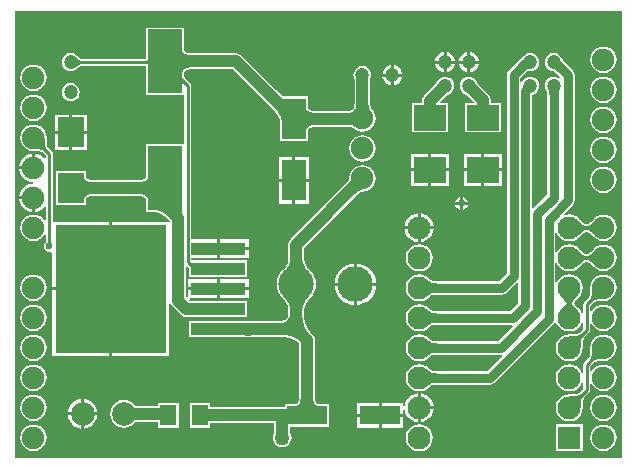
<source format=gtl>
G04*
G04 #@! TF.GenerationSoftware,Altium Limited,Altium Designer,18.1.7 (191)*
G04*
G04 Layer_Physical_Order=1*
G04 Layer_Color=255*
%FSLAX25Y25*%
%MOIN*%
G70*
G01*
G75*
%ADD12C,0.01000*%
%ADD15R,0.05591X0.07008*%
%ADD16R,0.13386X0.06299*%
%ADD17R,0.08661X0.09843*%
%ADD18R,0.37008X0.42520*%
%ADD19R,0.18110X0.04331*%
%ADD20R,0.11417X0.21260*%
%ADD21R,0.07874X0.13780*%
%ADD22R,0.10800X0.08500*%
%ADD39C,0.03937*%
%ADD40C,0.03150*%
%ADD41C,0.11811*%
%ADD42C,0.04724*%
%ADD43C,0.07874*%
%ADD44C,0.07480*%
%ADD45R,0.07677X0.07677*%
%ADD46C,0.07677*%
%ADD47C,0.02362*%
%ADD48C,0.05000*%
G36*
X266142Y100787D02*
X63779D01*
Y249606D01*
X266142D01*
Y100787D01*
D02*
G37*
%LPC*%
G36*
X120118Y244213D02*
X107441D01*
Y233847D01*
X107367Y233835D01*
X107302Y233829D01*
X85894D01*
X85788Y233849D01*
X85659Y233887D01*
X85516Y233945D01*
X85361Y234025D01*
X85194Y234128D01*
X85024Y234250D01*
X84627Y234586D01*
X84477Y234734D01*
X84417Y234811D01*
X83792Y235291D01*
X83065Y235592D01*
X82284Y235695D01*
X81502Y235592D01*
X80774Y235291D01*
X80150Y234811D01*
X79670Y234186D01*
X79368Y233458D01*
X79265Y232677D01*
X79368Y231896D01*
X79670Y231168D01*
X80150Y230543D01*
X80774Y230064D01*
X81502Y229762D01*
X82284Y229659D01*
X83065Y229762D01*
X83792Y230064D01*
X84417Y230543D01*
X84470Y230611D01*
X84835Y230954D01*
X85017Y231100D01*
X85194Y231226D01*
X85361Y231329D01*
X85516Y231409D01*
X85659Y231467D01*
X85788Y231506D01*
X85894Y231525D01*
X107302D01*
X107367Y231520D01*
X107441Y231507D01*
Y221693D01*
X120118D01*
X120159Y221210D01*
Y205719D01*
X120118Y205236D01*
X107441D01*
Y194608D01*
X107425Y194454D01*
X107358Y194266D01*
X107248Y194101D01*
X107074Y193940D01*
X106817Y193784D01*
X106468Y193641D01*
X106024Y193522D01*
X105487Y193433D01*
X104860Y193378D01*
X104521Y193369D01*
X90164D01*
X89825Y193378D01*
X89198Y193433D01*
X88661Y193522D01*
X88217Y193641D01*
X87868Y193784D01*
X87611Y193940D01*
X87437Y194101D01*
X87327Y194266D01*
X87260Y194454D01*
X87244Y194608D01*
Y196299D01*
X77323D01*
Y185197D01*
X87244D01*
Y186888D01*
X87260Y187042D01*
X87327Y187230D01*
X87437Y187395D01*
X87611Y187556D01*
X87868Y187712D01*
X88217Y187855D01*
X88661Y187974D01*
X89198Y188063D01*
X89825Y188118D01*
X90164Y188127D01*
X104521D01*
X104860Y188118D01*
X105487Y188063D01*
X106024Y187974D01*
X106468Y187855D01*
X106817Y187712D01*
X107074Y187556D01*
X107248Y187395D01*
X107358Y187230D01*
X107425Y187042D01*
X107441Y186888D01*
Y182717D01*
X110348D01*
X110594Y182703D01*
X111038Y182629D01*
X111493Y182506D01*
X111960Y182330D01*
X112440Y182101D01*
X112931Y181817D01*
X113427Y181483D01*
X114479Y180624D01*
X114695Y180417D01*
X115332Y179781D01*
X115059Y179347D01*
X114989Y179347D01*
X96169D01*
Y157087D01*
Y134827D01*
X115173D01*
Y152144D01*
X115673Y152243D01*
X115840Y151839D01*
X116257Y151296D01*
X119013Y148540D01*
X119556Y148124D01*
X120188Y147862D01*
X120866Y147773D01*
X121811D01*
Y147598D01*
X141181D01*
Y153189D01*
X121966D01*
X121778Y153421D01*
X121778Y153433D01*
X121903Y153790D01*
X122019Y153921D01*
X130996D01*
Y156587D01*
X121441D01*
Y154561D01*
X120941Y154311D01*
X120731Y154469D01*
Y164388D01*
X121193Y164579D01*
X121450Y164322D01*
X121503Y164261D01*
X121586Y164151D01*
X121655Y164046D01*
X121710Y163946D01*
X121753Y163853D01*
X121784Y163766D01*
X121805Y163684D01*
X121811Y163648D01*
Y160984D01*
X141181D01*
Y166575D01*
X122498D01*
X122497Y166575D01*
X122471Y166590D01*
X122463Y166595D01*
Y167307D01*
X130996D01*
Y170472D01*
Y173638D01*
X122463D01*
Y224870D01*
X122375Y225311D01*
X122126Y225685D01*
X120483Y227327D01*
X120431Y227389D01*
X120350Y227497D01*
X120282Y227601D01*
X120228Y227699D01*
X120186Y227792D01*
X120156Y227879D01*
X120135Y227962D01*
X120123Y228041D01*
X120118Y228142D01*
Y228979D01*
X120146Y229247D01*
X120213Y229435D01*
X120323Y229601D01*
X120496Y229761D01*
X120751Y229917D01*
X121099Y230060D01*
X121542Y230179D01*
X122077Y230268D01*
X122702Y230323D01*
X123039Y230332D01*
X136434D01*
X149797Y216969D01*
X150037Y216717D01*
X150487Y216187D01*
X150882Y215662D01*
X151221Y215143D01*
X151504Y214629D01*
X151734Y214121D01*
X151911Y213618D01*
X152036Y213121D01*
X152111Y212627D01*
X152126Y212346D01*
Y206260D01*
X161260D01*
Y209805D01*
X161288Y210074D01*
X161354Y210262D01*
X161465Y210427D01*
X161638Y210588D01*
X161893Y210744D01*
X162241Y210886D01*
X162684Y211005D01*
X163219Y211095D01*
X163844Y211150D01*
X164181Y211159D01*
X174656D01*
X175283Y211117D01*
X175565Y211080D01*
X175820Y211033D01*
X176037Y210978D01*
X176217Y210917D01*
X176357Y210854D01*
X176407Y210825D01*
X176411Y210820D01*
X177324Y210120D01*
X178387Y209679D01*
X179527Y209529D01*
X180668Y209679D01*
X181731Y210120D01*
X182644Y210820D01*
X183345Y211733D01*
X183785Y212796D01*
X183935Y213937D01*
X183785Y215078D01*
X183345Y216141D01*
X182644Y217054D01*
X182539Y217135D01*
X182537Y217137D01*
X182473Y217237D01*
X182406Y217374D01*
X182342Y217550D01*
X182283Y217763D01*
X182233Y218014D01*
X182193Y218293D01*
X182148Y218926D01*
Y226855D01*
X182442Y227565D01*
X182545Y228346D01*
X182442Y229128D01*
X182141Y229855D01*
X181661Y230481D01*
X181036Y230960D01*
X180308Y231262D01*
X179527Y231364D01*
X178746Y231262D01*
X178018Y230960D01*
X177393Y230481D01*
X176913Y229855D01*
X176612Y229128D01*
X176509Y228346D01*
X176612Y227565D01*
X176906Y226855D01*
Y218925D01*
X176861Y218292D01*
X176821Y218013D01*
X176771Y217763D01*
X176712Y217549D01*
X176648Y217374D01*
X176582Y217236D01*
X176517Y217136D01*
X176516Y217134D01*
X176411Y217054D01*
X176274Y216876D01*
X176203Y216809D01*
X176107Y216742D01*
X175974Y216672D01*
X175803Y216605D01*
X175594Y216544D01*
X175347Y216491D01*
X175072Y216449D01*
X174436Y216400D01*
X164181D01*
X163843Y216409D01*
X163219Y216464D01*
X162684Y216553D01*
X162241Y216673D01*
X161893Y216815D01*
X161638Y216971D01*
X161465Y217132D01*
X161354Y217297D01*
X161288Y217485D01*
X161260Y217753D01*
Y221299D01*
X153023D01*
X150666Y223513D01*
X139373Y234806D01*
X138830Y235223D01*
X138198Y235484D01*
X137520Y235574D01*
X123039D01*
X122702Y235583D01*
X122077Y235638D01*
X121542Y235727D01*
X121099Y235846D01*
X120751Y235988D01*
X120496Y236144D01*
X120323Y236305D01*
X120213Y236471D01*
X120146Y236658D01*
X120118Y236927D01*
Y244213D01*
D02*
G37*
G36*
X215461Y236003D02*
Y233177D01*
X218286D01*
X218236Y233555D01*
X217897Y234373D01*
X217358Y235075D01*
X216656Y235614D01*
X215838Y235953D01*
X215461Y236003D01*
D02*
G37*
G36*
X214461D02*
X214083Y235953D01*
X213265Y235614D01*
X212563Y235075D01*
X212024Y234373D01*
X211685Y233555D01*
X211635Y233177D01*
X214461D01*
Y236003D01*
D02*
G37*
G36*
X207587D02*
Y233177D01*
X210412D01*
X210362Y233555D01*
X210023Y234373D01*
X209485Y235075D01*
X208782Y235614D01*
X207964Y235953D01*
X207587Y236003D01*
D02*
G37*
G36*
X206587D02*
X206209Y235953D01*
X205391Y235614D01*
X204689Y235075D01*
X204150Y234373D01*
X203811Y233555D01*
X203761Y233177D01*
X206587D01*
Y236003D01*
D02*
G37*
G36*
X243307Y235695D02*
X242526Y235592D01*
X241798Y235291D01*
X241173Y234811D01*
X240693Y234186D01*
X240392Y233458D01*
X240289Y232677D01*
X240392Y231896D01*
X240693Y231168D01*
X241173Y230543D01*
X241798Y230064D01*
X242526Y229762D01*
X243307Y229659D01*
X243475Y229681D01*
X243823Y229376D01*
X245506Y227693D01*
X245476Y227541D01*
X244925Y227333D01*
X244816Y227417D01*
X244088Y227718D01*
X243307Y227821D01*
X242526Y227718D01*
X241798Y227417D01*
X241173Y226937D01*
X240693Y226312D01*
X240392Y225584D01*
X240289Y224803D01*
X240392Y224022D01*
X240693Y223294D01*
X241024Y222864D01*
X241059Y222192D01*
Y188451D01*
X236507Y183899D01*
X236007Y184106D01*
Y221861D01*
X236214Y221888D01*
X236942Y222189D01*
X237567Y222669D01*
X238047Y223294D01*
X238348Y224022D01*
X238451Y224803D01*
X238348Y225584D01*
X238047Y226312D01*
X237567Y226937D01*
X236942Y227417D01*
X236214Y227718D01*
X235433Y227821D01*
X234652Y227718D01*
X233924Y227417D01*
X233299Y226937D01*
X232819Y226312D01*
X232669Y225949D01*
X232169Y226049D01*
Y227415D01*
X234422Y229668D01*
X234557Y229780D01*
X234576Y229793D01*
X234652Y229762D01*
X235433Y229659D01*
X236214Y229762D01*
X236942Y230064D01*
X237567Y230543D01*
X238047Y231168D01*
X238348Y231896D01*
X238451Y232677D01*
X238348Y233458D01*
X238047Y234186D01*
X237567Y234811D01*
X236942Y235291D01*
X236214Y235592D01*
X235433Y235695D01*
X234652Y235592D01*
X233924Y235291D01*
X233299Y234811D01*
X233111Y234567D01*
X232662Y234267D01*
X228332Y229936D01*
X227845Y229207D01*
X227673Y228346D01*
Y162348D01*
X225037Y159713D01*
X203655D01*
X203555Y159722D01*
X203249Y159770D01*
X202963Y159837D01*
X202697Y159922D01*
X202450Y160023D01*
X202221Y160142D01*
X202008Y160277D01*
X201810Y160430D01*
X201713Y160521D01*
X201612Y160652D01*
X200679Y161368D01*
X199592Y161818D01*
X198425Y161972D01*
X197259Y161818D01*
X196172Y161368D01*
X195238Y160652D01*
X194522Y159718D01*
X194072Y158631D01*
X193918Y157465D01*
X194072Y156298D01*
X194522Y155211D01*
X195238Y154278D01*
X196172Y153561D01*
X197259Y153111D01*
X198425Y152957D01*
X199592Y153111D01*
X200679Y153561D01*
X201612Y154278D01*
X201713Y154409D01*
X201810Y154499D01*
X202008Y154652D01*
X202221Y154788D01*
X202450Y154906D01*
X202697Y155008D01*
X202963Y155092D01*
X203249Y155159D01*
X203555Y155208D01*
X203655Y155217D01*
X225969D01*
X226829Y155388D01*
X227558Y155875D01*
X231011Y159328D01*
X231511Y159121D01*
Y152407D01*
X228817Y149713D01*
X203655D01*
X203555Y149722D01*
X203249Y149770D01*
X202963Y149837D01*
X202697Y149922D01*
X202450Y150023D01*
X202221Y150142D01*
X202008Y150277D01*
X201810Y150430D01*
X201713Y150521D01*
X201612Y150652D01*
X200679Y151368D01*
X199592Y151818D01*
X198425Y151972D01*
X197259Y151818D01*
X196172Y151368D01*
X195238Y150652D01*
X194522Y149718D01*
X194072Y148631D01*
X193918Y147465D01*
X194072Y146298D01*
X194522Y145211D01*
X195238Y144278D01*
X196172Y143561D01*
X197259Y143111D01*
X198425Y142957D01*
X199592Y143111D01*
X200679Y143561D01*
X201612Y144278D01*
X201713Y144409D01*
X201810Y144499D01*
X202008Y144652D01*
X202221Y144788D01*
X202450Y144906D01*
X202697Y145008D01*
X202963Y145092D01*
X203249Y145159D01*
X203555Y145208D01*
X203655Y145217D01*
X229520D01*
X229727Y144717D01*
X224723Y139713D01*
X203655D01*
X203555Y139722D01*
X203249Y139770D01*
X202963Y139837D01*
X202697Y139921D01*
X202450Y140023D01*
X202221Y140142D01*
X202008Y140277D01*
X201810Y140430D01*
X201713Y140521D01*
X201612Y140652D01*
X200679Y141368D01*
X199592Y141818D01*
X198425Y141972D01*
X197259Y141818D01*
X196172Y141368D01*
X195238Y140652D01*
X194522Y139718D01*
X194072Y138631D01*
X193918Y137465D01*
X194072Y136298D01*
X194522Y135211D01*
X195238Y134278D01*
X196172Y133561D01*
X197259Y133111D01*
X198425Y132957D01*
X199592Y133111D01*
X200679Y133561D01*
X201612Y134278D01*
X201713Y134409D01*
X201810Y134499D01*
X202008Y134652D01*
X202221Y134787D01*
X202450Y134906D01*
X202697Y135008D01*
X202963Y135092D01*
X203249Y135159D01*
X203555Y135208D01*
X203655Y135217D01*
X225654D01*
X225860Y135258D01*
X226106Y134797D01*
X221022Y129712D01*
X203655D01*
X203555Y129722D01*
X203249Y129770D01*
X202963Y129837D01*
X202697Y129921D01*
X202450Y130023D01*
X202221Y130142D01*
X202008Y130277D01*
X201810Y130430D01*
X201713Y130521D01*
X201612Y130652D01*
X200679Y131368D01*
X199592Y131818D01*
X198425Y131972D01*
X197259Y131818D01*
X196172Y131368D01*
X195238Y130652D01*
X194522Y129718D01*
X194072Y128631D01*
X193918Y127465D01*
X194072Y126298D01*
X194522Y125211D01*
X195238Y124278D01*
X196172Y123561D01*
X197259Y123111D01*
X198425Y122958D01*
X199592Y123111D01*
X200679Y123561D01*
X201612Y124278D01*
X201713Y124409D01*
X201810Y124499D01*
X202008Y124652D01*
X202221Y124787D01*
X202450Y124906D01*
X202697Y125008D01*
X202963Y125092D01*
X203249Y125159D01*
X203555Y125208D01*
X203655Y125217D01*
X221953D01*
X222813Y125388D01*
X223542Y125875D01*
X243164Y145497D01*
X243610Y146164D01*
X243886Y146179D01*
X244142Y146129D01*
X244522Y145211D01*
X245238Y144278D01*
X246172Y143561D01*
X247259Y143111D01*
X248425Y142957D01*
X249592Y143111D01*
X250679Y143561D01*
X251612Y144278D01*
X252328Y145211D01*
X252679Y146057D01*
X253179Y145957D01*
Y143847D01*
X251869Y142538D01*
X251820Y142496D01*
X251656Y142396D01*
X251438Y142297D01*
X251167Y142206D01*
X250842Y142125D01*
X250480Y142060D01*
X249028Y141948D01*
X248620Y141946D01*
X248425Y141972D01*
X247259Y141818D01*
X246172Y141368D01*
X245238Y140652D01*
X244522Y139718D01*
X244072Y138631D01*
X243918Y137465D01*
X244072Y136298D01*
X244522Y135211D01*
X245238Y134278D01*
X246172Y133561D01*
X247259Y133111D01*
X248425Y132957D01*
X249592Y133111D01*
X250679Y133561D01*
X251612Y134278D01*
X252328Y135211D01*
X252779Y136298D01*
X252932Y137465D01*
X252907Y137660D01*
X252909Y138074D01*
X252966Y139085D01*
X253018Y139505D01*
X253085Y139882D01*
X253166Y140206D01*
X253258Y140478D01*
X253357Y140695D01*
X253457Y140859D01*
X253499Y140909D01*
X255145Y142555D01*
X255395Y142929D01*
X255483Y143370D01*
Y145264D01*
X255983Y145363D01*
X256025Y145261D01*
X256726Y144348D01*
X257639Y143647D01*
X258702Y143207D01*
X259843Y143057D01*
X260983Y143207D01*
X262047Y143647D01*
X262959Y144348D01*
X263660Y145261D01*
X264100Y146324D01*
X264250Y147465D01*
X264100Y148605D01*
X263660Y149669D01*
X262959Y150581D01*
X262047Y151282D01*
X260983Y151722D01*
X259843Y151872D01*
X258702Y151722D01*
X257639Y151282D01*
X256726Y150581D01*
X256025Y149669D01*
X255983Y149566D01*
X255483Y149665D01*
Y151491D01*
X256503Y152512D01*
X256549Y152550D01*
X256708Y152648D01*
X256919Y152744D01*
X257181Y152833D01*
X257495Y152912D01*
X257858Y152978D01*
X258264Y153027D01*
X259241Y153081D01*
X259650Y153082D01*
X259843Y153057D01*
X260983Y153207D01*
X262047Y153647D01*
X262959Y154348D01*
X263660Y155261D01*
X264100Y156324D01*
X264250Y157465D01*
X264100Y158605D01*
X263660Y159669D01*
X262959Y160581D01*
X262047Y161282D01*
X260983Y161722D01*
X259843Y161872D01*
X258702Y161722D01*
X257639Y161282D01*
X256726Y160581D01*
X256025Y159669D01*
X255585Y158605D01*
X255435Y157465D01*
X255459Y157281D01*
X255456Y156887D01*
X255397Y155907D01*
X255345Y155500D01*
X255278Y155136D01*
X255198Y154821D01*
X255108Y154558D01*
X255012Y154347D01*
X254914Y154188D01*
X254876Y154143D01*
X253516Y152783D01*
X253266Y152409D01*
X253179Y151969D01*
Y148972D01*
X252679Y148873D01*
X252328Y149718D01*
X251612Y150652D01*
X251456Y150771D01*
X251165Y151066D01*
X250490Y151821D01*
X250230Y152155D01*
X250014Y152465D01*
X250221Y152762D01*
X251169Y153868D01*
X251456Y154158D01*
X251612Y154278D01*
X252328Y155211D01*
X252779Y156298D01*
X252932Y157465D01*
X252779Y158631D01*
X252328Y159718D01*
X251612Y160652D01*
X250679Y161368D01*
X249592Y161818D01*
X248425Y161972D01*
X247259Y161818D01*
X246172Y161368D01*
X245238Y160652D01*
X244522Y159718D01*
X244322Y159236D01*
X243822Y159336D01*
Y165594D01*
X244322Y165693D01*
X244522Y165211D01*
X245238Y164278D01*
X246172Y163561D01*
X247259Y163111D01*
X248425Y162958D01*
X249592Y163111D01*
X250679Y163561D01*
X251612Y164278D01*
X251732Y164434D01*
X252026Y164725D01*
X252782Y165400D01*
X253116Y165660D01*
X253429Y165878D01*
X253716Y166051D01*
X253973Y166178D01*
X254197Y166262D01*
X254214Y166266D01*
X254221Y166264D01*
X254438Y166183D01*
X254688Y166061D01*
X254966Y165895D01*
X255270Y165684D01*
X255593Y165433D01*
X256325Y164781D01*
X256610Y164498D01*
X256726Y164348D01*
X257639Y163647D01*
X258702Y163207D01*
X259843Y163057D01*
X260983Y163207D01*
X262047Y163647D01*
X262959Y164348D01*
X263660Y165261D01*
X264100Y166324D01*
X264250Y167465D01*
X264100Y168605D01*
X263660Y169668D01*
X262959Y170581D01*
X262047Y171282D01*
X260983Y171722D01*
X259843Y171872D01*
X258702Y171722D01*
X257639Y171282D01*
X256726Y170581D01*
X256610Y170431D01*
X256325Y170149D01*
X255593Y169496D01*
X255270Y169245D01*
X254966Y169035D01*
X254688Y168868D01*
X254438Y168746D01*
X254221Y168665D01*
X254214Y168663D01*
X254197Y168667D01*
X253973Y168751D01*
X253716Y168878D01*
X253429Y169051D01*
X253128Y169261D01*
X252022Y170209D01*
X251732Y170496D01*
X251612Y170652D01*
X250679Y171368D01*
X249592Y171818D01*
X248425Y171972D01*
X247259Y171818D01*
X246172Y171368D01*
X245238Y170652D01*
X244522Y169718D01*
X244322Y169236D01*
X243822Y169336D01*
Y175594D01*
X244322Y175693D01*
X244522Y175211D01*
X245238Y174278D01*
X246172Y173561D01*
X247259Y173111D01*
X248425Y172958D01*
X249592Y173111D01*
X250679Y173561D01*
X251612Y174278D01*
X251732Y174434D01*
X252026Y174725D01*
X252782Y175400D01*
X253116Y175660D01*
X253429Y175878D01*
X253716Y176051D01*
X253973Y176178D01*
X254197Y176262D01*
X254214Y176266D01*
X254221Y176264D01*
X254438Y176183D01*
X254688Y176061D01*
X254966Y175895D01*
X255270Y175684D01*
X255593Y175433D01*
X256325Y174781D01*
X256610Y174498D01*
X256726Y174348D01*
X257639Y173647D01*
X258702Y173207D01*
X259843Y173057D01*
X260983Y173207D01*
X262047Y173647D01*
X262959Y174348D01*
X263660Y175261D01*
X264100Y176324D01*
X264250Y177465D01*
X264100Y178605D01*
X263660Y179668D01*
X262959Y180581D01*
X262047Y181282D01*
X260983Y181722D01*
X259843Y181872D01*
X258702Y181722D01*
X257639Y181282D01*
X256726Y180581D01*
X256610Y180431D01*
X256325Y180148D01*
X255593Y179496D01*
X255270Y179245D01*
X254966Y179034D01*
X254688Y178868D01*
X254438Y178746D01*
X254221Y178665D01*
X254214Y178663D01*
X254197Y178667D01*
X253973Y178751D01*
X253716Y178878D01*
X253429Y179051D01*
X253128Y179261D01*
X252022Y180209D01*
X251732Y180496D01*
X251612Y180652D01*
X250679Y181368D01*
X249592Y181818D01*
X248425Y181972D01*
X247259Y181818D01*
X247025Y181721D01*
X246741Y182145D01*
X249621Y185025D01*
X250108Y185754D01*
X250279Y186614D01*
Y228346D01*
X250108Y229207D01*
X249621Y229936D01*
X246241Y233316D01*
X246222Y233458D01*
X245921Y234186D01*
X245441Y234811D01*
X244816Y235291D01*
X244088Y235592D01*
X243307Y235695D01*
D02*
G37*
G36*
X218286Y232177D02*
X215461D01*
Y229352D01*
X215838Y229402D01*
X216656Y229740D01*
X217358Y230279D01*
X217897Y230982D01*
X218236Y231800D01*
X218286Y232177D01*
D02*
G37*
G36*
X214461D02*
X211635D01*
X211685Y231800D01*
X212024Y230982D01*
X212563Y230279D01*
X213265Y229740D01*
X214083Y229402D01*
X214461Y229352D01*
Y232177D01*
D02*
G37*
G36*
X210412D02*
X207587D01*
Y229352D01*
X207964Y229402D01*
X208782Y229740D01*
X209485Y230279D01*
X210023Y230982D01*
X210362Y231800D01*
X210412Y232177D01*
D02*
G37*
G36*
X206587D02*
X203761D01*
X203811Y231800D01*
X204150Y230982D01*
X204689Y230279D01*
X205391Y229740D01*
X206209Y229402D01*
X206587Y229352D01*
Y232177D01*
D02*
G37*
G36*
X259843Y237872D02*
X258702Y237722D01*
X257639Y237282D01*
X256726Y236581D01*
X256025Y235668D01*
X255585Y234605D01*
X255435Y233465D01*
X255585Y232324D01*
X256025Y231261D01*
X256726Y230348D01*
X257639Y229647D01*
X258702Y229207D01*
X259843Y229057D01*
X260983Y229207D01*
X262047Y229647D01*
X262959Y230348D01*
X263660Y231261D01*
X264100Y232324D01*
X264250Y233465D01*
X264100Y234605D01*
X263660Y235668D01*
X262959Y236581D01*
X262047Y237282D01*
X260983Y237722D01*
X259843Y237872D01*
D02*
G37*
G36*
X190027Y231672D02*
Y228847D01*
X192852D01*
X192803Y229224D01*
X192464Y230042D01*
X191925Y230744D01*
X191223Y231283D01*
X190405Y231622D01*
X190027Y231672D01*
D02*
G37*
G36*
X189027D02*
X188649Y231622D01*
X187831Y231283D01*
X187129Y230744D01*
X186590Y230042D01*
X186251Y229224D01*
X186202Y228847D01*
X189027D01*
Y231672D01*
D02*
G37*
G36*
X192852Y227847D02*
X190027D01*
Y225021D01*
X190405Y225071D01*
X191223Y225410D01*
X191925Y225949D01*
X192464Y226651D01*
X192803Y227469D01*
X192852Y227847D01*
D02*
G37*
G36*
X189027D02*
X186202D01*
X186251Y227469D01*
X186590Y226651D01*
X187129Y225949D01*
X187831Y225410D01*
X188649Y225071D01*
X189027Y225021D01*
Y227847D01*
D02*
G37*
G36*
X69843Y231872D02*
X68702Y231722D01*
X67639Y231282D01*
X66726Y230581D01*
X66025Y229668D01*
X65585Y228605D01*
X65435Y227465D01*
X65585Y226324D01*
X66025Y225261D01*
X66726Y224348D01*
X67639Y223647D01*
X68702Y223207D01*
X69843Y223057D01*
X70983Y223207D01*
X72047Y223647D01*
X72959Y224348D01*
X73660Y225261D01*
X74100Y226324D01*
X74250Y227465D01*
X74100Y228605D01*
X73660Y229668D01*
X72959Y230581D01*
X72047Y231282D01*
X70983Y231722D01*
X69843Y231872D01*
D02*
G37*
G36*
X82284Y225695D02*
X81502Y225592D01*
X80774Y225291D01*
X80150Y224811D01*
X79670Y224186D01*
X79368Y223458D01*
X79265Y222677D01*
X79368Y221896D01*
X79670Y221168D01*
X80150Y220543D01*
X80774Y220064D01*
X81502Y219762D01*
X82284Y219659D01*
X83065Y219762D01*
X83792Y220064D01*
X84417Y220543D01*
X84897Y221168D01*
X85199Y221896D01*
X85301Y222677D01*
X85199Y223458D01*
X84897Y224186D01*
X84417Y224811D01*
X83792Y225291D01*
X83065Y225592D01*
X82284Y225695D01*
D02*
G37*
G36*
X259843Y227872D02*
X258702Y227722D01*
X257639Y227282D01*
X256726Y226581D01*
X256025Y225669D01*
X255585Y224605D01*
X255435Y223465D01*
X255585Y222324D01*
X256025Y221261D01*
X256726Y220348D01*
X257639Y219647D01*
X258702Y219207D01*
X259843Y219057D01*
X260983Y219207D01*
X262047Y219647D01*
X262959Y220348D01*
X263660Y221261D01*
X264100Y222324D01*
X264250Y223465D01*
X264100Y224605D01*
X263660Y225669D01*
X262959Y226581D01*
X262047Y227282D01*
X260983Y227722D01*
X259843Y227872D01*
D02*
G37*
G36*
X69843Y221872D02*
X68702Y221722D01*
X67639Y221282D01*
X66726Y220581D01*
X66025Y219669D01*
X65585Y218605D01*
X65435Y217465D01*
X65585Y216324D01*
X66025Y215261D01*
X66726Y214348D01*
X67639Y213647D01*
X68702Y213207D01*
X69843Y213057D01*
X70983Y213207D01*
X72047Y213647D01*
X72959Y214348D01*
X73660Y215261D01*
X74100Y216324D01*
X74250Y217465D01*
X74100Y218605D01*
X73660Y219669D01*
X72959Y220581D01*
X72047Y221282D01*
X70983Y221722D01*
X69843Y221872D01*
D02*
G37*
G36*
X87614Y215173D02*
X82784D01*
Y209752D01*
X87614D01*
Y215173D01*
D02*
G37*
G36*
X81783D02*
X76953D01*
Y209752D01*
X81783D01*
Y215173D01*
D02*
G37*
G36*
X214961Y227821D02*
X214179Y227718D01*
X213452Y227417D01*
X212827Y226937D01*
X212347Y226312D01*
X212046Y225584D01*
X211943Y224803D01*
X212046Y224022D01*
X212347Y223294D01*
X212827Y222669D01*
X213452Y222190D01*
X214162Y221895D01*
X216582Y219475D01*
X216391Y219013D01*
X213655D01*
Y209253D01*
X225715D01*
Y219013D01*
X222306D01*
Y220079D01*
X222217Y220757D01*
X221955Y221389D01*
X221538Y221932D01*
X217868Y225602D01*
X217574Y226312D01*
X217095Y226937D01*
X216470Y227417D01*
X215742Y227718D01*
X214961Y227821D01*
D02*
G37*
G36*
X207087D02*
X206306Y227718D01*
X205578Y227417D01*
X204953Y226937D01*
X204473Y226312D01*
X204179Y225602D01*
X200115Y221538D01*
X199699Y220995D01*
X199437Y220363D01*
X199348Y219685D01*
Y219013D01*
X195939D01*
Y209253D01*
X207998D01*
Y219013D01*
X205656D01*
X205465Y219475D01*
X207885Y221895D01*
X208595Y222190D01*
X209221Y222669D01*
X209700Y223294D01*
X210002Y224022D01*
X210104Y224803D01*
X210002Y225584D01*
X209700Y226312D01*
X209221Y226937D01*
X208595Y227417D01*
X207868Y227718D01*
X207087Y227821D01*
D02*
G37*
G36*
X259843Y217872D02*
X258702Y217722D01*
X257639Y217282D01*
X256726Y216581D01*
X256025Y215669D01*
X255585Y214605D01*
X255435Y213465D01*
X255585Y212324D01*
X256025Y211261D01*
X256726Y210348D01*
X257639Y209647D01*
X258702Y209207D01*
X259843Y209057D01*
X260983Y209207D01*
X262047Y209647D01*
X262959Y210348D01*
X263660Y211261D01*
X264100Y212324D01*
X264250Y213465D01*
X264100Y214605D01*
X263660Y215669D01*
X262959Y216581D01*
X262047Y217282D01*
X260983Y217722D01*
X259843Y217872D01*
D02*
G37*
G36*
X87614Y208752D02*
X82784D01*
Y203331D01*
X87614D01*
Y208752D01*
D02*
G37*
G36*
X81783D02*
X76953D01*
Y203331D01*
X81783D01*
Y208752D01*
D02*
G37*
G36*
X69843Y211872D02*
X68702Y211722D01*
X67639Y211282D01*
X66726Y210581D01*
X66025Y209668D01*
X65585Y208605D01*
X65435Y207465D01*
X65585Y206324D01*
X66025Y205261D01*
X66726Y204348D01*
X67639Y203647D01*
X68702Y203207D01*
X69843Y203057D01*
X70031Y203082D01*
X70432Y203080D01*
X71411Y203023D01*
X71817Y202972D01*
X72181Y202906D01*
X72495Y202827D01*
X72758Y202737D01*
X72969Y202641D01*
X73128Y202543D01*
X73173Y202504D01*
X74045Y201633D01*
Y200596D01*
X73545Y200426D01*
X73223Y200845D01*
X72233Y201605D01*
X71080Y202083D01*
X70343Y202180D01*
Y197465D01*
X69843D01*
Y196965D01*
X65127D01*
X65224Y196227D01*
X65702Y195074D01*
X66462Y194084D01*
X67452Y193324D01*
X68605Y192847D01*
X69590Y192717D01*
Y192212D01*
X68605Y192083D01*
X67452Y191605D01*
X66462Y190845D01*
X65702Y189855D01*
X65224Y188702D01*
X65127Y187965D01*
X69843D01*
Y187465D01*
X70343D01*
Y182749D01*
X71080Y182846D01*
X72233Y183324D01*
X73223Y184084D01*
X73545Y184503D01*
X74045Y184333D01*
Y179988D01*
X73545Y179818D01*
X72959Y180581D01*
X72047Y181282D01*
X70983Y181722D01*
X69843Y181872D01*
X68702Y181722D01*
X67639Y181282D01*
X66726Y180581D01*
X66025Y179668D01*
X65585Y178605D01*
X65435Y177465D01*
X65585Y176324D01*
X66025Y175261D01*
X66726Y174348D01*
X67639Y173647D01*
X68702Y173207D01*
X69843Y173057D01*
X70983Y173207D01*
X72047Y173647D01*
X72959Y174348D01*
X73545Y175111D01*
X74045Y174941D01*
Y172874D01*
X74036Y172814D01*
X74023Y172758D01*
X74009Y172710D01*
X73993Y172670D01*
X73976Y172636D01*
X73961Y172612D01*
X73891Y172565D01*
X73491Y171967D01*
X73350Y171260D01*
X73491Y170553D01*
X73891Y169954D01*
X74490Y169554D01*
X75197Y169413D01*
X75665Y169507D01*
X76165Y169173D01*
Y157587D01*
X95169D01*
Y179347D01*
X76349D01*
Y202110D01*
X76261Y202551D01*
X76012Y202925D01*
X74803Y204134D01*
X74764Y204179D01*
X74666Y204338D01*
X74570Y204549D01*
X74480Y204812D01*
X74401Y205126D01*
X74335Y205490D01*
X74284Y205896D01*
X74228Y206875D01*
X74226Y207276D01*
X74250Y207465D01*
X74100Y208605D01*
X73660Y209668D01*
X72959Y210581D01*
X72047Y211282D01*
X70983Y211722D01*
X69843Y211872D01*
D02*
G37*
G36*
X179527Y208345D02*
X178387Y208195D01*
X177324Y207754D01*
X176411Y207054D01*
X175710Y206141D01*
X175270Y205078D01*
X175120Y203937D01*
X175270Y202796D01*
X175710Y201733D01*
X176411Y200820D01*
X177324Y200120D01*
X178387Y199679D01*
X179527Y199529D01*
X180668Y199679D01*
X181731Y200120D01*
X182644Y200820D01*
X183345Y201733D01*
X183785Y202796D01*
X183935Y203937D01*
X183785Y205078D01*
X183345Y206141D01*
X182644Y207054D01*
X181731Y207754D01*
X180668Y208195D01*
X179527Y208345D01*
D02*
G37*
G36*
X259843Y207872D02*
X258702Y207722D01*
X257639Y207282D01*
X256726Y206581D01*
X256025Y205668D01*
X255585Y204605D01*
X255435Y203465D01*
X255585Y202324D01*
X256025Y201261D01*
X256726Y200348D01*
X257639Y199647D01*
X258702Y199207D01*
X259843Y199057D01*
X260983Y199207D01*
X262047Y199647D01*
X262959Y200348D01*
X263660Y201261D01*
X264100Y202324D01*
X264250Y203465D01*
X264100Y204605D01*
X263660Y205668D01*
X262959Y206581D01*
X262047Y207282D01*
X260983Y207722D01*
X259843Y207872D01*
D02*
G37*
G36*
X69343Y202180D02*
X68605Y202083D01*
X67452Y201605D01*
X66462Y200845D01*
X65702Y199855D01*
X65224Y198702D01*
X65127Y197965D01*
X69343D01*
Y202180D01*
D02*
G37*
G36*
X208368Y201983D02*
X202468D01*
Y197233D01*
X208368D01*
Y201983D01*
D02*
G37*
G36*
X201468D02*
X195568D01*
Y197233D01*
X201468D01*
Y201983D01*
D02*
G37*
G36*
X226085D02*
X220185D01*
Y197233D01*
X226085D01*
Y201983D01*
D02*
G37*
G36*
X219185D02*
X213285D01*
Y197233D01*
X219185D01*
Y201983D01*
D02*
G37*
G36*
X161630Y201197D02*
X157193D01*
Y193807D01*
X161630D01*
Y201197D01*
D02*
G37*
G36*
X156193D02*
X151756D01*
Y193807D01*
X156193D01*
Y201197D01*
D02*
G37*
G36*
X226085Y196233D02*
X220185D01*
Y191483D01*
X226085D01*
Y196233D01*
D02*
G37*
G36*
X219185D02*
X213285D01*
Y191483D01*
X219185D01*
Y196233D01*
D02*
G37*
G36*
X208368Y196233D02*
X202468D01*
Y191483D01*
X208368D01*
Y196233D01*
D02*
G37*
G36*
X201468D02*
X195568D01*
Y191483D01*
X201468D01*
Y196233D01*
D02*
G37*
G36*
X179527Y198345D02*
X178387Y198195D01*
X177324Y197754D01*
X176411Y197054D01*
X175710Y196141D01*
X175270Y195078D01*
X175120Y193937D01*
X175137Y193806D01*
X175137Y193803D01*
X175111Y193687D01*
X175061Y193542D01*
X174983Y193373D01*
X174873Y193180D01*
X174732Y192968D01*
X174562Y192742D01*
X174147Y192263D01*
X155627Y173743D01*
X155211Y173200D01*
X154949Y172568D01*
X154859Y171890D01*
Y167530D01*
X154849Y167276D01*
X154791Y166794D01*
X154694Y166325D01*
X154558Y165869D01*
X154383Y165424D01*
X154168Y164988D01*
X153913Y164562D01*
X153616Y164145D01*
X153278Y163737D01*
X152969Y163414D01*
X152837Y163305D01*
X152020Y162310D01*
X151413Y161174D01*
X151039Y159943D01*
X150913Y158661D01*
X151039Y157380D01*
X151413Y156148D01*
X152020Y155013D01*
X152837Y154018D01*
X152969Y153909D01*
X153278Y153586D01*
X153616Y153177D01*
X153913Y152761D01*
X154168Y152335D01*
X154383Y151899D01*
X154558Y151454D01*
X154694Y150997D01*
X154791Y150529D01*
X154849Y150047D01*
X154859Y149792D01*
Y149432D01*
X154833Y148931D01*
X154730Y148347D01*
X154566Y147854D01*
X154346Y147445D01*
X154071Y147110D01*
X153736Y146835D01*
X153327Y146615D01*
X152834Y146451D01*
X152250Y146348D01*
X151749Y146322D01*
X142983D01*
X141207Y146377D01*
X141181Y146379D01*
Y146496D01*
X140541D01*
X140539Y146496D01*
X140538Y146496D01*
X121811D01*
Y140905D01*
X140538D01*
X140539Y140905D01*
X140541Y140905D01*
X141181D01*
Y140935D01*
X144277Y141080D01*
X152997D01*
X153457Y141063D01*
X154161Y140985D01*
X154841Y140856D01*
X155497Y140675D01*
X156131Y140443D01*
X156743Y140159D01*
X157335Y139822D01*
X157907Y139434D01*
X158403Y139037D01*
Y121660D01*
X158394Y121322D01*
X158339Y120694D01*
X158249Y120158D01*
X158130Y119713D01*
X157988Y119364D01*
X157831Y119107D01*
X157671Y118933D01*
X157505Y118823D01*
X157318Y118756D01*
X157163Y118740D01*
X153701D01*
Y117581D01*
X128740D01*
Y119095D01*
X121890D01*
Y110827D01*
X128740D01*
Y112340D01*
X150135D01*
Y109206D01*
X150022Y109059D01*
X149706Y108297D01*
X149599Y107480D01*
X149706Y106663D01*
X150022Y105902D01*
X150524Y105248D01*
X151177Y104746D01*
X151939Y104431D01*
X152756Y104323D01*
X153573Y104431D01*
X154334Y104746D01*
X154988Y105248D01*
X155490Y105902D01*
X155805Y106663D01*
X155913Y107480D01*
X155805Y108297D01*
X155490Y109059D01*
X155377Y109206D01*
Y111181D01*
X168346D01*
Y118740D01*
X164884D01*
X164729Y118756D01*
X164542Y118823D01*
X164377Y118933D01*
X164216Y119107D01*
X164059Y119364D01*
X163917Y119713D01*
X163798Y120158D01*
X163708Y120694D01*
X163653Y121322D01*
X163644Y121660D01*
Y140157D01*
X163555Y140836D01*
X163293Y141468D01*
X162877Y142011D01*
X162504Y142384D01*
X162190Y142721D01*
X161748Y143274D01*
X161359Y143846D01*
X161023Y144438D01*
X160739Y145050D01*
X160506Y145684D01*
X160325Y146341D01*
X160196Y147020D01*
X160118Y147724D01*
X160101Y148184D01*
Y149792D01*
X160111Y150047D01*
X160170Y150529D01*
X160267Y150998D01*
X160403Y151454D01*
X160578Y151899D01*
X160793Y152335D01*
X161048Y152761D01*
X161344Y153178D01*
X161683Y153586D01*
X161991Y153909D01*
X162124Y154018D01*
X162941Y155013D01*
X163548Y156148D01*
X163921Y157380D01*
X164047Y158661D01*
X163921Y159943D01*
X163548Y161174D01*
X162941Y162310D01*
X162124Y163305D01*
X161991Y163414D01*
X161683Y163737D01*
X161344Y164145D01*
X161048Y164562D01*
X160793Y164988D01*
X160578Y165424D01*
X160403Y165869D01*
X160267Y166325D01*
X160170Y166794D01*
X160111Y167276D01*
X160101Y167530D01*
Y170804D01*
X177853Y188556D01*
X178333Y188972D01*
X178558Y189141D01*
X178771Y189283D01*
X178963Y189392D01*
X179133Y189471D01*
X179277Y189521D01*
X179393Y189546D01*
X179396Y189547D01*
X179527Y189529D01*
X180668Y189679D01*
X181731Y190120D01*
X182644Y190820D01*
X183345Y191733D01*
X183785Y192796D01*
X183935Y193937D01*
X183785Y195078D01*
X183345Y196141D01*
X182644Y197054D01*
X181731Y197754D01*
X180668Y198195D01*
X179527Y198345D01*
D02*
G37*
G36*
X259843Y197872D02*
X258702Y197722D01*
X257639Y197282D01*
X256726Y196581D01*
X256025Y195668D01*
X255585Y194605D01*
X255435Y193465D01*
X255585Y192324D01*
X256025Y191261D01*
X256726Y190348D01*
X257639Y189647D01*
X258702Y189207D01*
X259843Y189057D01*
X260983Y189207D01*
X262047Y189647D01*
X262959Y190348D01*
X263660Y191261D01*
X264100Y192324D01*
X264250Y193465D01*
X264100Y194605D01*
X263660Y195668D01*
X262959Y196581D01*
X262047Y197282D01*
X260983Y197722D01*
X259843Y197872D01*
D02*
G37*
G36*
X213098Y187754D02*
Y186130D01*
X214723D01*
X214653Y186481D01*
X214171Y187202D01*
X213449Y187684D01*
X213098Y187754D01*
D02*
G37*
G36*
X212098D02*
X211747Y187684D01*
X211026Y187202D01*
X210544Y186481D01*
X210474Y186130D01*
X212098D01*
Y187754D01*
D02*
G37*
G36*
X161630Y192807D02*
X157193D01*
Y185417D01*
X161630D01*
Y192807D01*
D02*
G37*
G36*
X156193D02*
X151756D01*
Y185417D01*
X156193D01*
Y192807D01*
D02*
G37*
G36*
X214723Y185130D02*
X213098D01*
Y183505D01*
X213449Y183575D01*
X214171Y184057D01*
X214653Y184779D01*
X214723Y185130D01*
D02*
G37*
G36*
X212098D02*
X210474D01*
X210544Y184779D01*
X211026Y184057D01*
X211747Y183575D01*
X212098Y183505D01*
Y185130D01*
D02*
G37*
G36*
X69343Y186965D02*
X65127D01*
X65224Y186227D01*
X65702Y185074D01*
X66462Y184084D01*
X67452Y183324D01*
X68605Y182846D01*
X69343Y182749D01*
Y186965D01*
D02*
G37*
G36*
X198925Y182279D02*
Y177965D01*
X203240D01*
X203139Y178728D01*
X202652Y179905D01*
X201876Y180915D01*
X200865Y181691D01*
X199688Y182179D01*
X198925Y182279D01*
D02*
G37*
G36*
X197925D02*
X197162Y182179D01*
X195985Y181691D01*
X194974Y180915D01*
X194199Y179905D01*
X193711Y178728D01*
X193611Y177965D01*
X197925D01*
Y182279D01*
D02*
G37*
G36*
X203240Y176965D02*
X198925D01*
Y172650D01*
X199688Y172751D01*
X200865Y173238D01*
X201876Y174014D01*
X202652Y175024D01*
X203139Y176201D01*
X203240Y176965D01*
D02*
G37*
G36*
X197925D02*
X193611D01*
X193711Y176201D01*
X194199Y175024D01*
X194974Y174014D01*
X195985Y173238D01*
X197162Y172751D01*
X197925Y172650D01*
Y176965D01*
D02*
G37*
G36*
X141551Y173638D02*
X131996D01*
Y170972D01*
X141551D01*
Y173638D01*
D02*
G37*
G36*
Y169972D02*
X131996D01*
Y167307D01*
X141551D01*
Y169972D01*
D02*
G37*
G36*
X198425Y171972D02*
X197259Y171818D01*
X196172Y171368D01*
X195238Y170652D01*
X194522Y169718D01*
X194072Y168631D01*
X193918Y167465D01*
X194072Y166298D01*
X194522Y165211D01*
X195238Y164278D01*
X196172Y163561D01*
X197259Y163111D01*
X198425Y162958D01*
X199592Y163111D01*
X200679Y163561D01*
X201612Y164278D01*
X202328Y165211D01*
X202779Y166298D01*
X202932Y167465D01*
X202779Y168631D01*
X202328Y169718D01*
X201612Y170652D01*
X200679Y171368D01*
X199592Y171818D01*
X198425Y171972D01*
D02*
G37*
G36*
X177665Y165551D02*
Y159161D01*
X184055D01*
X183971Y160015D01*
X183576Y161317D01*
X182935Y162516D01*
X182072Y163568D01*
X181020Y164431D01*
X179821Y165072D01*
X178519Y165467D01*
X177665Y165551D01*
D02*
G37*
G36*
X176665D02*
X175812Y165467D01*
X174510Y165072D01*
X173310Y164431D01*
X172259Y163568D01*
X171396Y162516D01*
X170755Y161317D01*
X170360Y160015D01*
X170276Y159161D01*
X176665D01*
Y165551D01*
D02*
G37*
G36*
X141551Y160252D02*
X131996D01*
Y157587D01*
X141551D01*
Y160252D01*
D02*
G37*
G36*
X130996D02*
X121441D01*
Y157587D01*
X130996D01*
Y160252D01*
D02*
G37*
G36*
X141551Y156587D02*
X131996D01*
Y153921D01*
X141551D01*
Y156587D01*
D02*
G37*
G36*
X69843Y161872D02*
X68702Y161722D01*
X67639Y161282D01*
X66726Y160581D01*
X66025Y159669D01*
X65585Y158605D01*
X65435Y157465D01*
X65585Y156324D01*
X66025Y155261D01*
X66726Y154348D01*
X67639Y153647D01*
X68702Y153207D01*
X69843Y153057D01*
X70983Y153207D01*
X72047Y153647D01*
X72959Y154348D01*
X73660Y155261D01*
X74100Y156324D01*
X74250Y157465D01*
X74100Y158605D01*
X73660Y159669D01*
X72959Y160581D01*
X72047Y161282D01*
X70983Y161722D01*
X69843Y161872D01*
D02*
G37*
G36*
X184055Y158161D02*
X177665D01*
Y151772D01*
X178519Y151856D01*
X179821Y152251D01*
X181020Y152892D01*
X182072Y153755D01*
X182935Y154806D01*
X183576Y156006D01*
X183971Y157308D01*
X184055Y158161D01*
D02*
G37*
G36*
X176665D02*
X170276D01*
X170360Y157308D01*
X170755Y156006D01*
X171396Y154806D01*
X172259Y153755D01*
X173310Y152892D01*
X174510Y152251D01*
X175812Y151856D01*
X176665Y151772D01*
Y158161D01*
D02*
G37*
G36*
X69843Y151872D02*
X68702Y151722D01*
X67639Y151282D01*
X66726Y150581D01*
X66025Y149669D01*
X65585Y148605D01*
X65435Y147465D01*
X65585Y146324D01*
X66025Y145261D01*
X66726Y144348D01*
X67639Y143647D01*
X68702Y143207D01*
X69843Y143057D01*
X70983Y143207D01*
X72047Y143647D01*
X72959Y144348D01*
X73660Y145261D01*
X74100Y146324D01*
X74250Y147465D01*
X74100Y148605D01*
X73660Y149669D01*
X72959Y150581D01*
X72047Y151282D01*
X70983Y151722D01*
X69843Y151872D01*
D02*
G37*
G36*
X95169Y156587D02*
X76165D01*
Y134827D01*
X95169D01*
Y156587D01*
D02*
G37*
G36*
X259843Y141872D02*
X258702Y141722D01*
X257639Y141282D01*
X256726Y140581D01*
X256025Y139669D01*
X255585Y138605D01*
X255435Y137465D01*
X255462Y137259D01*
X255465Y136827D01*
X255418Y135854D01*
X255371Y135451D01*
X255308Y135089D01*
X255231Y134776D01*
X255143Y134514D01*
X255047Y134304D01*
X254949Y134145D01*
X254910Y134098D01*
X253516Y132704D01*
X253266Y132331D01*
X253179Y131890D01*
Y128972D01*
X252679Y128873D01*
X252328Y129718D01*
X251612Y130652D01*
X250679Y131368D01*
X249592Y131818D01*
X248425Y131972D01*
X247259Y131818D01*
X246172Y131368D01*
X245238Y130652D01*
X244522Y129718D01*
X244072Y128631D01*
X243918Y127465D01*
X244072Y126298D01*
X244522Y125211D01*
X245238Y124278D01*
X246172Y123561D01*
X247259Y123111D01*
X248425Y122958D01*
X249592Y123111D01*
X250679Y123561D01*
X251612Y124278D01*
X252328Y125211D01*
X252679Y126057D01*
X253179Y125957D01*
Y123847D01*
X251869Y122538D01*
X251820Y122496D01*
X251656Y122396D01*
X251438Y122298D01*
X251167Y122206D01*
X250842Y122125D01*
X250480Y122060D01*
X249028Y121948D01*
X248620Y121946D01*
X248425Y121972D01*
X247259Y121818D01*
X246172Y121368D01*
X245238Y120652D01*
X244522Y119718D01*
X244072Y118631D01*
X243918Y117465D01*
X244072Y116298D01*
X244522Y115211D01*
X245238Y114278D01*
X246172Y113561D01*
X247259Y113111D01*
X248425Y112958D01*
X249592Y113111D01*
X250679Y113561D01*
X251612Y114278D01*
X252328Y115211D01*
X252779Y116298D01*
X252932Y117465D01*
X252907Y117659D01*
X252909Y118074D01*
X252966Y119085D01*
X253018Y119505D01*
X253085Y119881D01*
X253166Y120206D01*
X253258Y120478D01*
X253357Y120695D01*
X253457Y120859D01*
X253499Y120909D01*
X255145Y122555D01*
X255395Y122929D01*
X255483Y123370D01*
Y125264D01*
X255983Y125364D01*
X256025Y125261D01*
X256726Y124348D01*
X257639Y123647D01*
X258702Y123207D01*
X259843Y123057D01*
X260983Y123207D01*
X262047Y123647D01*
X262959Y124348D01*
X263660Y125261D01*
X264100Y126324D01*
X264250Y127465D01*
X264100Y128605D01*
X263660Y129668D01*
X262959Y130581D01*
X262047Y131282D01*
X260983Y131722D01*
X259843Y131872D01*
X258702Y131722D01*
X257639Y131282D01*
X256726Y130581D01*
X256025Y129668D01*
X255983Y129566D01*
X255483Y129665D01*
Y131413D01*
X256548Y132477D01*
X256592Y132515D01*
X256751Y132613D01*
X256962Y132710D01*
X257226Y132801D01*
X257542Y132882D01*
X257894Y132949D01*
X259308Y133073D01*
X259673Y133079D01*
X259843Y133057D01*
X260983Y133207D01*
X262047Y133647D01*
X262959Y134348D01*
X263660Y135261D01*
X264100Y136324D01*
X264250Y137465D01*
X264100Y138605D01*
X263660Y139669D01*
X262959Y140581D01*
X262047Y141282D01*
X260983Y141722D01*
X259843Y141872D01*
D02*
G37*
G36*
X69843D02*
X68702Y141722D01*
X67639Y141282D01*
X66726Y140581D01*
X66025Y139669D01*
X65585Y138605D01*
X65435Y137465D01*
X65585Y136324D01*
X66025Y135261D01*
X66726Y134348D01*
X67639Y133647D01*
X68702Y133207D01*
X69843Y133057D01*
X70983Y133207D01*
X72047Y133647D01*
X72959Y134348D01*
X73660Y135261D01*
X74100Y136324D01*
X74250Y137465D01*
X74100Y138605D01*
X73660Y139669D01*
X72959Y140581D01*
X72047Y141282D01*
X70983Y141722D01*
X69843Y141872D01*
D02*
G37*
G36*
Y131872D02*
X68702Y131722D01*
X67639Y131282D01*
X66726Y130581D01*
X66025Y129668D01*
X65585Y128605D01*
X65435Y127465D01*
X65585Y126324D01*
X66025Y125261D01*
X66726Y124348D01*
X67639Y123647D01*
X68702Y123207D01*
X69843Y123057D01*
X70983Y123207D01*
X72047Y123647D01*
X72959Y124348D01*
X73660Y125261D01*
X74100Y126324D01*
X74250Y127465D01*
X74100Y128605D01*
X73660Y129668D01*
X72959Y130581D01*
X72047Y131282D01*
X70983Y131722D01*
X69843Y131872D01*
D02*
G37*
G36*
X197925Y122279D02*
X197162Y122179D01*
X195985Y121691D01*
X194974Y120915D01*
X194199Y119905D01*
X193711Y118728D01*
X193626Y118080D01*
X193126Y118113D01*
Y119110D01*
X185933D01*
Y115461D01*
X193126D01*
Y116816D01*
X193626Y116849D01*
X193711Y116201D01*
X194199Y115024D01*
X194974Y114014D01*
X195985Y113238D01*
X197162Y112751D01*
X197925Y112650D01*
Y117465D01*
Y122279D01*
D02*
G37*
G36*
X198925D02*
Y117965D01*
X203240D01*
X203139Y118728D01*
X202652Y119905D01*
X201876Y120915D01*
X200865Y121691D01*
X199688Y122179D01*
X198925Y122279D01*
D02*
G37*
G36*
X86721Y120374D02*
Y115961D01*
X91134D01*
X91030Y116750D01*
X90533Y117950D01*
X89742Y118982D01*
X88710Y119773D01*
X87509Y120271D01*
X86721Y120374D01*
D02*
G37*
G36*
X85720D02*
X84932Y120271D01*
X83731Y119773D01*
X82699Y118982D01*
X81908Y117950D01*
X81410Y116750D01*
X81307Y115961D01*
X85720D01*
Y120374D01*
D02*
G37*
G36*
X184933Y119110D02*
X177740D01*
Y115461D01*
X184933D01*
Y119110D01*
D02*
G37*
G36*
X259843Y121872D02*
X258702Y121722D01*
X257639Y121282D01*
X256726Y120581D01*
X256025Y119668D01*
X255585Y118605D01*
X255435Y117465D01*
X255585Y116324D01*
X256025Y115261D01*
X256726Y114348D01*
X257639Y113647D01*
X258702Y113207D01*
X259843Y113057D01*
X260983Y113207D01*
X262047Y113647D01*
X262959Y114348D01*
X263660Y115261D01*
X264100Y116324D01*
X264250Y117465D01*
X264100Y118605D01*
X263660Y119668D01*
X262959Y120581D01*
X262047Y121282D01*
X260983Y121722D01*
X259843Y121872D01*
D02*
G37*
G36*
X69843D02*
X68702Y121722D01*
X67639Y121282D01*
X66726Y120581D01*
X66025Y119668D01*
X65585Y118605D01*
X65435Y117465D01*
X65585Y116324D01*
X66025Y115261D01*
X66726Y114348D01*
X67639Y113647D01*
X68702Y113207D01*
X69843Y113057D01*
X70983Y113207D01*
X72047Y113647D01*
X72959Y114348D01*
X73660Y115261D01*
X74100Y116324D01*
X74250Y117465D01*
X74100Y118605D01*
X73660Y119668D01*
X72959Y120581D01*
X72047Y121282D01*
X70983Y121722D01*
X69843Y121872D01*
D02*
G37*
G36*
X203240Y116965D02*
X198925D01*
Y112650D01*
X199688Y112751D01*
X200865Y113238D01*
X201876Y114014D01*
X202652Y115024D01*
X203139Y116201D01*
X203240Y116965D01*
D02*
G37*
G36*
X100000Y120067D02*
X98808Y119910D01*
X97697Y119450D01*
X96743Y118718D01*
X96011Y117764D01*
X95551Y116653D01*
X95394Y115461D01*
X95551Y114269D01*
X96011Y113157D01*
X96743Y112204D01*
X97697Y111471D01*
X98808Y111011D01*
X100000Y110854D01*
X101192Y111011D01*
X102303Y111471D01*
X103257Y112204D01*
X103745Y112840D01*
X111417D01*
Y110827D01*
X118268D01*
Y119095D01*
X111417D01*
Y118081D01*
X103745D01*
X103257Y118718D01*
X102303Y119450D01*
X101192Y119910D01*
X100000Y120067D01*
D02*
G37*
G36*
X193126Y114461D02*
X185933D01*
Y110811D01*
X193126D01*
Y114461D01*
D02*
G37*
G36*
X184933D02*
X177740D01*
Y110811D01*
X184933D01*
Y114461D01*
D02*
G37*
G36*
X91134Y114961D02*
X86721D01*
Y110547D01*
X87509Y110651D01*
X88710Y111148D01*
X89742Y111940D01*
X90533Y112971D01*
X91030Y114172D01*
X91134Y114961D01*
D02*
G37*
G36*
X85720D02*
X81307D01*
X81410Y114172D01*
X81908Y112971D01*
X82699Y111940D01*
X83731Y111148D01*
X84932Y110651D01*
X85720Y110547D01*
Y114961D01*
D02*
G37*
G36*
X259843Y111872D02*
X258702Y111722D01*
X257639Y111282D01*
X256726Y110581D01*
X256025Y109669D01*
X255585Y108605D01*
X255435Y107465D01*
X255585Y106324D01*
X256025Y105261D01*
X256726Y104348D01*
X257639Y103647D01*
X258702Y103207D01*
X259843Y103057D01*
X260983Y103207D01*
X262047Y103647D01*
X262959Y104348D01*
X263660Y105261D01*
X264100Y106324D01*
X264250Y107465D01*
X264100Y108605D01*
X263660Y109669D01*
X262959Y110581D01*
X262047Y111282D01*
X260983Y111722D01*
X259843Y111872D01*
D02*
G37*
G36*
X69843D02*
X68702Y111722D01*
X67639Y111282D01*
X66726Y110581D01*
X66025Y109669D01*
X65585Y108605D01*
X65435Y107465D01*
X65585Y106324D01*
X66025Y105261D01*
X66726Y104348D01*
X67639Y103647D01*
X68702Y103207D01*
X69843Y103057D01*
X70983Y103207D01*
X72047Y103647D01*
X72959Y104348D01*
X73660Y105261D01*
X74100Y106324D01*
X74250Y107465D01*
X74100Y108605D01*
X73660Y109669D01*
X72959Y110581D01*
X72047Y111282D01*
X70983Y111722D01*
X69843Y111872D01*
D02*
G37*
G36*
X252894Y111933D02*
X243957D01*
Y102996D01*
X252894D01*
Y111933D01*
D02*
G37*
G36*
X198425Y111972D02*
X197259Y111818D01*
X196172Y111368D01*
X195238Y110652D01*
X194522Y109718D01*
X194072Y108631D01*
X193918Y107465D01*
X194072Y106298D01*
X194522Y105211D01*
X195238Y104278D01*
X196172Y103561D01*
X197259Y103111D01*
X198425Y102957D01*
X199592Y103111D01*
X200679Y103561D01*
X201612Y104278D01*
X202328Y105211D01*
X202779Y106298D01*
X202932Y107465D01*
X202779Y108631D01*
X202328Y109718D01*
X201612Y110652D01*
X200679Y111368D01*
X199592Y111818D01*
X198425Y111972D01*
D02*
G37*
%LPD*%
G36*
X108095Y231677D02*
X108085Y231772D01*
X108054Y231857D01*
X108004Y231932D01*
X107933Y231997D01*
X107842Y232052D01*
X107731Y232097D01*
X107599Y232132D01*
X107447Y232157D01*
X107275Y232172D01*
X107083Y232177D01*
Y233177D01*
X107275Y233182D01*
X107447Y233197D01*
X107599Y233222D01*
X107731Y233257D01*
X107842Y233302D01*
X107933Y233357D01*
X108004Y233422D01*
X108054Y233497D01*
X108085Y233582D01*
X108095Y233677D01*
Y231677D01*
D02*
G37*
G36*
X84194Y234111D02*
X84629Y233742D01*
X84839Y233593D01*
X85045Y233466D01*
X85247Y233362D01*
X85444Y233281D01*
X85637Y233223D01*
X85826Y233189D01*
X86010Y233177D01*
Y232177D01*
X85826Y232166D01*
X85637Y232131D01*
X85444Y232073D01*
X85247Y231993D01*
X85045Y231889D01*
X84839Y231762D01*
X84629Y231612D01*
X84414Y231439D01*
X83970Y231024D01*
Y234331D01*
X84194Y234111D01*
D02*
G37*
G36*
X119516Y236516D02*
X119634Y236181D01*
X119831Y235886D01*
X120106Y235630D01*
X120460Y235414D01*
X120894Y235236D01*
X121405Y235099D01*
X121996Y235000D01*
X122665Y234941D01*
X123413Y234921D01*
Y230984D01*
X122665Y230965D01*
X121996Y230906D01*
X121405Y230807D01*
X120894Y230669D01*
X120460Y230492D01*
X120106Y230276D01*
X119831Y230020D01*
X119634Y229725D01*
X119516Y229390D01*
X119476Y229016D01*
Y236890D01*
X119516Y236516D01*
D02*
G37*
G36*
X119483Y227978D02*
X119504Y227836D01*
X119540Y227695D01*
X119589Y227553D01*
X119653Y227412D01*
X119731Y227271D01*
X119823Y227129D01*
X119929Y226988D01*
X120049Y226846D01*
X120183Y226705D01*
Y225291D01*
X120049Y225418D01*
X119929Y225517D01*
X119823Y225588D01*
X119731Y225630D01*
X119653Y225644D01*
X119589Y225630D01*
X119540Y225588D01*
X119504Y225517D01*
X119483Y225418D01*
X119476Y225291D01*
Y228119D01*
X119483Y227978D01*
D02*
G37*
G36*
X181502Y218953D02*
X181554Y218225D01*
X181600Y217905D01*
X181658Y217615D01*
X181729Y217354D01*
X181814Y217124D01*
X181911Y216922D01*
X182022Y216750D01*
X182145Y216608D01*
X176909Y216608D01*
X177032Y216750D01*
X177143Y216922D01*
X177240Y217123D01*
X177325Y217354D01*
X177396Y217615D01*
X177455Y217905D01*
X177500Y218224D01*
X177552Y218953D01*
X177559Y219361D01*
X181496Y219361D01*
X181502Y218953D01*
D02*
G37*
G36*
X152768Y220657D02*
X152780Y212137D01*
X152751Y212692D01*
X152667Y213248D01*
X152527Y213804D01*
X152331Y214360D01*
X152079Y214917D01*
X151771Y215474D01*
X151408Y216031D01*
X150989Y216588D01*
X150514Y217146D01*
X149984Y217705D01*
Y223272D01*
X152768Y220657D01*
D02*
G37*
G36*
X176969Y211209D02*
X176826Y211323D01*
X176653Y211425D01*
X176451Y211516D01*
X176219Y211594D01*
X175957Y211660D01*
X175666Y211715D01*
X175346Y211757D01*
X174616Y211805D01*
X174206Y211811D01*
X174011Y215748D01*
X174419Y215755D01*
X175145Y215810D01*
X175464Y215859D01*
X175752Y215921D01*
X176011Y215997D01*
X176240Y216087D01*
X176439Y216191D01*
X176609Y216309D01*
X176749Y216440D01*
X176969Y211209D01*
D02*
G37*
G36*
X160657Y217342D02*
X160775Y217008D01*
X160972Y216713D01*
X161248Y216457D01*
X161602Y216240D01*
X162035Y216063D01*
X162547Y215925D01*
X163138Y215827D01*
X163807Y215768D01*
X164555Y215748D01*
Y211811D01*
X163807Y211791D01*
X163138Y211732D01*
X162547Y211634D01*
X162035Y211496D01*
X161602Y211319D01*
X161248Y211102D01*
X160972Y210846D01*
X160775Y210551D01*
X160657Y210216D01*
X160618Y209842D01*
Y217717D01*
X160657Y217342D01*
D02*
G37*
G36*
X108095Y186811D02*
X108055Y187185D01*
X107937Y187520D01*
X107739Y187815D01*
X107463Y188071D01*
X107108Y188287D01*
X106673Y188465D01*
X106160Y188602D01*
X105568Y188701D01*
X104896Y188760D01*
X104146Y188779D01*
Y192717D01*
X104896Y192736D01*
X105568Y192795D01*
X106160Y192894D01*
X106673Y193032D01*
X107108Y193209D01*
X107463Y193425D01*
X107739Y193681D01*
X107937Y193976D01*
X108055Y194311D01*
X108095Y194685D01*
Y186811D01*
D02*
G37*
G36*
X86630Y194311D02*
X86748Y193976D01*
X86946Y193681D01*
X87222Y193425D01*
X87577Y193209D01*
X88012Y193032D01*
X88525Y192894D01*
X89117Y192795D01*
X89789Y192736D01*
X90539Y192717D01*
Y188779D01*
X89789Y188760D01*
X89117Y188701D01*
X88525Y188602D01*
X88012Y188465D01*
X87577Y188287D01*
X87222Y188071D01*
X86946Y187815D01*
X86748Y187520D01*
X86630Y187185D01*
X86590Y186811D01*
Y194685D01*
X86630Y194311D01*
D02*
G37*
G36*
X119476Y183359D02*
X119502Y182101D01*
X115460Y180575D01*
X114905Y181105D01*
X113810Y181999D01*
X113272Y182362D01*
X112739Y182670D01*
X112212Y182922D01*
X111690Y183118D01*
X111175Y183258D01*
X110665Y183342D01*
X110161Y183371D01*
X119476Y183359D01*
D02*
G37*
G36*
X121830Y166281D02*
X121990Y166144D01*
X122065Y166088D01*
X122138Y166040D01*
X122207Y166002D01*
X122273Y165972D01*
X122336Y165950D01*
X122396Y165937D01*
X122453Y165933D01*
X122465Y163534D01*
X122457Y163674D01*
X122435Y163814D01*
X122399Y163955D01*
X122348Y164096D01*
X122283Y164237D01*
X122204Y164379D01*
X122111Y164521D01*
X122004Y164663D01*
X121882Y164806D01*
X121746Y164949D01*
Y166363D01*
X121830Y166281D01*
D02*
G37*
G36*
X234576Y230476D02*
X234525Y230482D01*
X234459Y230466D01*
X234377Y230429D01*
X234279Y230370D01*
X234167Y230290D01*
X233894Y230065D01*
X233559Y229754D01*
X233367Y229566D01*
X231164Y231817D01*
X233215Y233490D01*
X234576Y230476D01*
D02*
G37*
G36*
X246655Y231950D02*
X244789Y229362D01*
X244598Y229551D01*
X243792Y230257D01*
X243715Y230303D01*
X243654Y230329D01*
X243609Y230334D01*
X245655Y232932D01*
X246655Y231950D01*
D02*
G37*
G36*
X244946Y223087D02*
X244932Y223032D01*
X244920Y222950D01*
X244901Y222705D01*
X244883Y221895D01*
X244882Y221625D01*
X241732D01*
X241653Y223116D01*
X244960D01*
X244946Y223087D01*
D02*
G37*
G36*
X251586Y179736D02*
X252734Y178752D01*
X253080Y178511D01*
X253408Y178314D01*
X253717Y178161D01*
X254008Y178052D01*
X254213Y178003D01*
X254408Y178049D01*
X254693Y178155D01*
X254994Y178304D01*
X255314Y178494D01*
X255650Y178727D01*
X256004Y179002D01*
X256765Y179680D01*
X257172Y180083D01*
Y174846D01*
X256765Y175249D01*
X256004Y175927D01*
X255650Y176202D01*
X255314Y176435D01*
X254994Y176626D01*
X254693Y176774D01*
X254408Y176880D01*
X254213Y176926D01*
X254008Y176877D01*
X253717Y176768D01*
X253408Y176615D01*
X253080Y176418D01*
X252734Y176177D01*
X252370Y175893D01*
X251586Y175193D01*
X251167Y174778D01*
Y180152D01*
X251586Y179736D01*
D02*
G37*
G36*
Y169736D02*
X252734Y168752D01*
X253080Y168511D01*
X253408Y168315D01*
X253717Y168161D01*
X254008Y168052D01*
X254213Y168003D01*
X254408Y168049D01*
X254693Y168155D01*
X254994Y168304D01*
X255314Y168494D01*
X255650Y168727D01*
X256004Y169002D01*
X256765Y169680D01*
X257172Y170083D01*
Y164847D01*
X256765Y165249D01*
X256004Y165927D01*
X255650Y166202D01*
X255314Y166435D01*
X254994Y166626D01*
X254693Y166774D01*
X254408Y166880D01*
X254213Y166926D01*
X254008Y166877D01*
X253717Y166768D01*
X253408Y166615D01*
X253080Y166418D01*
X252734Y166177D01*
X252370Y165893D01*
X251586Y165193D01*
X251167Y164778D01*
Y170152D01*
X251586Y169736D01*
D02*
G37*
G36*
X201393Y159940D02*
X201638Y159751D01*
X201900Y159584D01*
X202180Y159440D01*
X202477Y159318D01*
X202792Y159217D01*
X203125Y159140D01*
X203475Y159084D01*
X203843Y159051D01*
X204229Y159039D01*
Y155890D01*
X203843Y155879D01*
X203475Y155845D01*
X203125Y155790D01*
X202792Y155712D01*
X202477Y155612D01*
X202180Y155489D01*
X201900Y155345D01*
X201638Y155178D01*
X201393Y154989D01*
X201167Y154778D01*
Y160152D01*
X201393Y159940D01*
D02*
G37*
G36*
X259794Y153725D02*
X259223Y153724D01*
X258207Y153668D01*
X257762Y153613D01*
X257360Y153540D01*
X256999Y153450D01*
X256681Y153342D01*
X256405Y153216D01*
X256171Y153072D01*
X255979Y152910D01*
X255275Y153619D01*
X255436Y153810D01*
X255579Y154044D01*
X255705Y154320D01*
X255814Y154638D01*
X255906Y154999D01*
X255980Y155402D01*
X256037Y155847D01*
X256098Y156866D01*
X256102Y157438D01*
X259794Y153725D01*
D02*
G37*
G36*
X250697Y154304D02*
X249712Y153156D01*
X249472Y152810D01*
X249275Y152482D01*
X249267Y152465D01*
X249275Y152447D01*
X249472Y152120D01*
X249712Y151774D01*
X249997Y151409D01*
X250697Y150625D01*
X251112Y150206D01*
X245738D01*
X246154Y150625D01*
X247138Y151774D01*
X247378Y152120D01*
X247575Y152447D01*
X247584Y152465D01*
X247575Y152482D01*
X247378Y152810D01*
X247138Y153156D01*
X246854Y153520D01*
X246154Y154304D01*
X245738Y154723D01*
X251112D01*
X250697Y154304D01*
D02*
G37*
G36*
X201393Y149940D02*
X201638Y149751D01*
X201900Y149584D01*
X202180Y149440D01*
X202477Y149318D01*
X202792Y149217D01*
X203125Y149139D01*
X203475Y149084D01*
X203843Y149050D01*
X204229Y149039D01*
Y145890D01*
X203843Y145879D01*
X203475Y145845D01*
X203125Y145790D01*
X202792Y145712D01*
X202477Y145612D01*
X202180Y145489D01*
X201900Y145345D01*
X201638Y145178D01*
X201393Y144989D01*
X201167Y144778D01*
Y150152D01*
X201393Y149940D01*
D02*
G37*
G36*
X253099Y141431D02*
X252934Y141236D01*
X252788Y140997D01*
X252660Y140714D01*
X252550Y140387D01*
X252457Y140016D01*
X252382Y139601D01*
X252326Y139143D01*
X252266Y138093D01*
X252264Y137503D01*
X248464Y141303D01*
X249054Y141306D01*
X250562Y141422D01*
X250977Y141496D01*
X251347Y141589D01*
X251674Y141699D01*
X251957Y141827D01*
X252196Y141974D01*
X252391Y142138D01*
X253099Y141431D01*
D02*
G37*
G36*
X201393Y139940D02*
X201638Y139751D01*
X201900Y139584D01*
X202180Y139440D01*
X202477Y139318D01*
X202792Y139217D01*
X203125Y139139D01*
X203475Y139084D01*
X203843Y139050D01*
X204229Y139039D01*
Y135890D01*
X203843Y135879D01*
X203475Y135845D01*
X203125Y135790D01*
X202792Y135712D01*
X202477Y135612D01*
X202180Y135489D01*
X201900Y135345D01*
X201638Y135178D01*
X201393Y134989D01*
X201167Y134778D01*
Y140152D01*
X201393Y139940D01*
D02*
G37*
G36*
X198325Y127262D02*
X198188Y127388D01*
X197779Y127819D01*
X197752Y127866D01*
X197743Y127899D01*
X197752Y127919D01*
X197780Y127925D01*
Y128925D01*
X197752Y128932D01*
X197743Y128952D01*
X197752Y128985D01*
X197779Y129031D01*
X197825Y129091D01*
X197888Y129164D01*
X198070Y129350D01*
X198325Y129589D01*
Y127262D01*
D02*
G37*
G36*
X201393Y129940D02*
X201638Y129751D01*
X201900Y129584D01*
X202180Y129440D01*
X202477Y129317D01*
X202792Y129217D01*
X203125Y129139D01*
X203475Y129084D01*
X203843Y129051D01*
X204229Y129039D01*
Y125890D01*
X203843Y125879D01*
X203475Y125845D01*
X203125Y125790D01*
X202792Y125712D01*
X202477Y125612D01*
X202180Y125489D01*
X201900Y125345D01*
X201638Y125178D01*
X201393Y124989D01*
X201167Y124778D01*
Y130152D01*
X201393Y129940D01*
D02*
G37*
G36*
X73585Y206855D02*
X73644Y205838D01*
X73700Y205393D01*
X73773Y204990D01*
X73864Y204630D01*
X73973Y204311D01*
X74099Y204035D01*
X74243Y203802D01*
X74404Y203610D01*
X73697Y202903D01*
X73506Y203065D01*
X73272Y203208D01*
X72996Y203335D01*
X72678Y203443D01*
X72317Y203534D01*
X71914Y203607D01*
X71469Y203663D01*
X70452Y203722D01*
X69880Y203725D01*
X73583Y207427D01*
X73585Y206855D01*
D02*
G37*
G36*
X75700Y172918D02*
X75710Y172804D01*
X75726Y172696D01*
X75749Y172594D01*
X75779Y172497D01*
X75814Y172407D01*
X75857Y172322D01*
X75906Y172243D01*
X75962Y172170D01*
X76024Y172103D01*
X74370D01*
X74432Y172170D01*
X74488Y172243D01*
X74537Y172322D01*
X74579Y172407D01*
X74615Y172497D01*
X74645Y172594D01*
X74667Y172696D01*
X74684Y172804D01*
X74694Y172918D01*
X74697Y173039D01*
X75697D01*
X75700Y172918D01*
D02*
G37*
G36*
X179490Y190197D02*
X179302Y190184D01*
X179103Y190140D01*
X178892Y190067D01*
X178668Y189963D01*
X178434Y189830D01*
X178187Y189666D01*
X177929Y189472D01*
X177377Y188994D01*
X177084Y188709D01*
X174300Y191493D01*
X174584Y191787D01*
X175062Y192339D01*
X175256Y192597D01*
X175420Y192843D01*
X175554Y193078D01*
X175657Y193301D01*
X175731Y193512D01*
X175774Y193712D01*
X175787Y193900D01*
X179490Y190197D01*
D02*
G37*
G36*
X159470Y167225D02*
X159535Y166690D01*
X159644Y166168D01*
X159795Y165659D01*
X159990Y165164D01*
X160228Y164681D01*
X160510Y164211D01*
X160835Y163754D01*
X161203Y163310D01*
X161614Y162879D01*
X153347D01*
X153758Y163310D01*
X154126Y163754D01*
X154451Y164211D01*
X154732Y164681D01*
X154971Y165164D01*
X155165Y165659D01*
X155317Y166168D01*
X155425Y166690D01*
X155490Y167225D01*
X155512Y167772D01*
X159449D01*
X159470Y167225D01*
D02*
G37*
G36*
X140578Y145819D02*
X140697Y145788D01*
X140893Y145760D01*
X141169Y145736D01*
X143059Y145677D01*
X144476Y145669D01*
Y141732D01*
X140539Y141548D01*
Y145854D01*
X140578Y145819D01*
D02*
G37*
G36*
X161203Y154013D02*
X160835Y153569D01*
X160510Y153112D01*
X160228Y152642D01*
X159990Y152159D01*
X159795Y151663D01*
X159644Y151155D01*
X159535Y150633D01*
X159470Y150098D01*
X159449Y149550D01*
X155703D01*
X159449Y148453D01*
X159477Y147677D01*
X159560Y146924D01*
X159699Y146195D01*
X159894Y145488D01*
X160145Y144805D01*
X160451Y144144D01*
X160813Y143506D01*
X161231Y142892D01*
X161704Y142301D01*
X162233Y141732D01*
X159449Y138948D01*
X158880Y139477D01*
X158289Y139951D01*
X157675Y140368D01*
X157037Y140730D01*
X156377Y141036D01*
X155693Y141287D01*
X154986Y141482D01*
X154257Y141621D01*
X153504Y141704D01*
X152728Y141732D01*
X151575Y145669D01*
X152323Y145709D01*
X152992Y145827D01*
X153583Y146024D01*
X154095Y146299D01*
X154527Y146654D01*
X154882Y147087D01*
X155157Y147599D01*
X155354Y148189D01*
X155472Y148858D01*
X155510Y149582D01*
X155490Y150098D01*
X155425Y150633D01*
X155317Y151155D01*
X155165Y151663D01*
X154971Y152159D01*
X154732Y152642D01*
X154451Y153112D01*
X154126Y153569D01*
X153758Y154013D01*
X153347Y154444D01*
X161614D01*
X161203Y154013D01*
D02*
G37*
G36*
X163012Y121285D02*
X163071Y120614D01*
X163169Y120021D01*
X163307Y119508D01*
X163484Y119073D01*
X163701Y118718D01*
X163957Y118442D01*
X164252Y118244D01*
X164587Y118126D01*
X164961Y118086D01*
X157087D01*
X157461Y118126D01*
X157795Y118244D01*
X158090Y118442D01*
X158346Y118718D01*
X158563Y119073D01*
X158740Y119508D01*
X158878Y120021D01*
X158976Y120614D01*
X159035Y121285D01*
X159055Y122035D01*
X162992D01*
X163012Y121285D01*
D02*
G37*
G36*
X259850Y133724D02*
X259275Y133715D01*
X257806Y133586D01*
X257402Y133510D01*
X257041Y133416D01*
X256722Y133306D01*
X256447Y133180D01*
X256214Y133036D01*
X256024Y132876D01*
X255309Y133575D01*
X255471Y133768D01*
X255615Y134002D01*
X255741Y134278D01*
X255848Y134597D01*
X255937Y134956D01*
X256007Y135358D01*
X256059Y135802D01*
X256107Y136814D01*
X256103Y137383D01*
X259850Y133724D01*
D02*
G37*
G36*
X253099Y121431D02*
X252934Y121236D01*
X252788Y120997D01*
X252660Y120714D01*
X252550Y120387D01*
X252457Y120016D01*
X252382Y119601D01*
X252326Y119143D01*
X252266Y118094D01*
X252264Y117503D01*
X248464Y121303D01*
X249054Y121306D01*
X250562Y121422D01*
X250977Y121496D01*
X251347Y121589D01*
X251674Y121699D01*
X251957Y121827D01*
X252196Y121974D01*
X252391Y122138D01*
X253099Y121431D01*
D02*
G37*
D12*
X259291Y147109D02*
Y148425D01*
X247559Y129213D02*
X248504D01*
X259291Y127109D02*
Y128425D01*
X69843Y207465D02*
X75197Y202110D01*
Y171260D02*
Y202110D01*
X197780Y128425D02*
X199386D01*
X69843Y207465D02*
X70094D01*
X113504Y232677D02*
X121311Y224870D01*
X113504Y232677D02*
X113780Y232953D01*
X121311Y166091D02*
Y224870D01*
Y166091D02*
X123622Y163779D01*
X131496D01*
X248425Y147465D02*
Y157465D01*
Y167465D02*
X259843D01*
X248425Y177465D02*
X259843D01*
X259291Y157465D02*
Y158425D01*
X254331Y151969D02*
X259827Y157465D01*
X259843D01*
X254331Y143370D02*
Y151969D01*
X248425Y137465D02*
X254331Y143370D01*
X259843Y137402D02*
Y137465D01*
X254331Y131890D02*
X259843Y137402D01*
X254331Y123370D02*
Y131890D01*
X248425Y117465D02*
X254331Y123370D01*
X82284Y232677D02*
X113504D01*
X98819Y171811D02*
X112205Y158425D01*
X197780D02*
X197795D01*
D15*
X114843Y114961D02*
D03*
X125315D02*
D03*
D16*
X161024Y114961D02*
D03*
X185433D02*
D03*
D17*
X82284Y209252D02*
D03*
Y190748D02*
D03*
D18*
X95669Y157087D02*
D03*
D19*
X131496Y170472D02*
D03*
Y163779D02*
D03*
Y157087D02*
D03*
Y150394D02*
D03*
Y143701D02*
D03*
D20*
X113780Y193976D02*
D03*
Y232953D02*
D03*
D21*
X156693Y213779D02*
D03*
Y193307D02*
D03*
D22*
X201968Y214133D02*
D03*
Y196733D02*
D03*
X219685D02*
D03*
Y214133D02*
D03*
D39*
X152362Y114961D02*
X159449D01*
X125315D02*
X152362D01*
X114342Y115461D02*
X114843Y114961D01*
X100000Y115461D02*
X114342D01*
X131496Y143701D02*
X157480D01*
X219685Y214133D02*
Y220079D01*
X214961Y224803D02*
X219685Y220079D01*
X201968Y219685D02*
X207087Y224803D01*
X201968Y213424D02*
Y219685D01*
X82284Y190748D02*
X110551D01*
X113780Y193976D01*
X157480Y158661D02*
Y171890D01*
X118110Y153150D02*
Y180709D01*
X179527Y213937D02*
X179527Y213937D01*
X179370Y213779D02*
X179527Y213937D01*
Y228346D01*
X113780Y185039D02*
X118110Y180709D01*
X113780Y185039D02*
Y193976D01*
X118110Y153150D02*
X120866Y150394D01*
X152756Y107480D02*
Y114567D01*
X152362Y114961D02*
X152756Y114567D01*
X159449Y114961D02*
X159449Y114961D01*
X161024D01*
X131496Y150394D02*
X131496Y150394D01*
X120866Y150394D02*
X131496D01*
X157480Y171890D02*
X179527Y193937D01*
X156693Y213779D02*
X179370D01*
X137520Y232953D02*
X156693Y213779D01*
X113780Y232953D02*
X137520D01*
X157480Y143701D02*
Y158661D01*
Y143701D02*
X161024Y140157D01*
Y114961D02*
Y140157D01*
D40*
X241574Y180157D02*
X248031Y186614D01*
X241574Y147086D02*
Y180157D01*
X248031Y186614D02*
Y228346D01*
X243307Y187520D02*
Y224803D01*
X237795Y182008D02*
X243307Y187520D01*
X237795Y149606D02*
Y182008D01*
X229921Y161417D02*
Y228346D01*
X233759Y223129D02*
X235433Y224803D01*
X233759Y151476D02*
Y223129D01*
X225654Y137465D02*
X237795Y149606D01*
X198425Y137465D02*
X225654D01*
X229748Y147465D02*
X233759Y151476D01*
X198425Y147465D02*
X229748D01*
X225969Y157465D02*
X229921Y161417D01*
X198425Y157465D02*
X225969D01*
X221953Y127465D02*
X241574Y147086D01*
X198425Y127465D02*
X221953D01*
X229921Y228346D02*
X234252Y232677D01*
X198425Y127465D02*
X199386Y128425D01*
X243307Y232677D02*
X243701D01*
X248031Y228346D01*
X234252Y232677D02*
X235433D01*
D41*
X177165Y158661D02*
D03*
X157480D02*
D03*
D42*
X82284Y232677D02*
D03*
Y222677D02*
D03*
X207087Y232677D02*
D03*
X214961D02*
D03*
Y224803D02*
D03*
X207087D02*
D03*
X179527Y228346D02*
D03*
X189527D02*
D03*
X235433Y232677D02*
D03*
X243307D02*
D03*
Y224803D02*
D03*
X235433D02*
D03*
D43*
X86221Y115461D02*
D03*
X100000D02*
D03*
D44*
X259843Y127465D02*
D03*
Y137465D02*
D03*
Y147465D02*
D03*
Y157465D02*
D03*
Y167465D02*
D03*
Y177465D02*
D03*
Y193465D02*
D03*
Y203465D02*
D03*
Y213465D02*
D03*
Y223465D02*
D03*
Y233465D02*
D03*
Y117465D02*
D03*
Y107465D02*
D03*
X69843D02*
D03*
Y117465D02*
D03*
Y127465D02*
D03*
Y137465D02*
D03*
Y147465D02*
D03*
Y157465D02*
D03*
Y177465D02*
D03*
Y187465D02*
D03*
Y197465D02*
D03*
Y207465D02*
D03*
Y217465D02*
D03*
Y227465D02*
D03*
X179527Y193937D02*
D03*
Y203937D02*
D03*
Y213937D02*
D03*
D45*
X248425Y107465D02*
D03*
D46*
Y117465D02*
D03*
Y127465D02*
D03*
Y137465D02*
D03*
Y147465D02*
D03*
Y157465D02*
D03*
Y167465D02*
D03*
Y177465D02*
D03*
X198425Y107465D02*
D03*
Y117465D02*
D03*
Y127465D02*
D03*
Y137465D02*
D03*
Y147465D02*
D03*
Y157465D02*
D03*
Y167465D02*
D03*
Y177465D02*
D03*
D47*
X212598Y185630D02*
D03*
X75197Y171260D02*
D03*
D48*
X152756Y107480D02*
D03*
M02*

</source>
